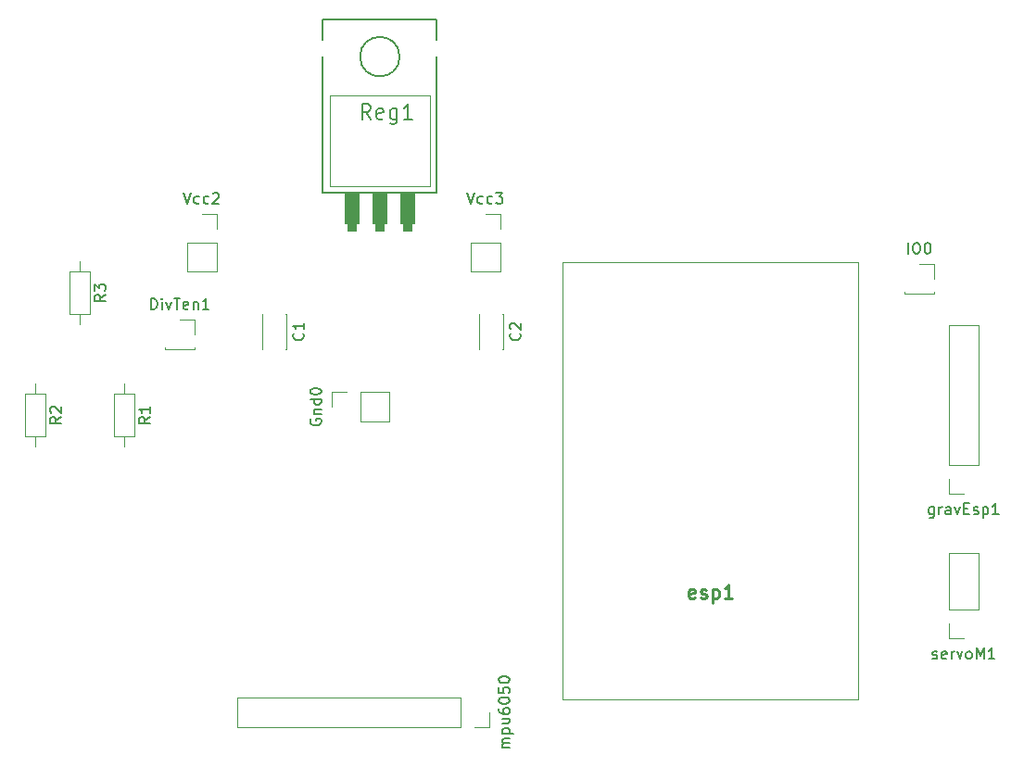
<source format=gbr>
%TF.GenerationSoftware,KiCad,Pcbnew,(5.1.10)-1*%
%TF.CreationDate,2021-11-10T11:22:41-03:00*%
%TF.ProjectId,circuito-cadeado,63697263-7569-4746-9f2d-636164656164,rev?*%
%TF.SameCoordinates,Original*%
%TF.FileFunction,Legend,Top*%
%TF.FilePolarity,Positive*%
%FSLAX46Y46*%
G04 Gerber Fmt 4.6, Leading zero omitted, Abs format (unit mm)*
G04 Created by KiCad (PCBNEW (5.1.10)-1) date 2021-11-10 11:22:41*
%MOMM*%
%LPD*%
G01*
G04 APERTURE LIST*
%ADD10C,0.100000*%
%ADD11C,0.120000*%
%ADD12C,0.010000*%
%ADD13C,0.127000*%
%ADD14C,0.050800*%
%ADD15C,0.254000*%
%ADD16C,0.150000*%
G04 APERTURE END LIST*
D10*
%TO.C,esp1*%
X139154000Y-79240000D02*
X139154000Y-119240000D01*
X166154000Y-79240000D02*
X139154000Y-79240000D01*
X166154000Y-119240000D02*
X166154000Y-79240000D01*
X139154000Y-119240000D02*
X166154000Y-119240000D01*
D11*
%TO.C,C1*%
X113896000Y-83958000D02*
X113896000Y-87198000D01*
X111656000Y-83958000D02*
X111656000Y-87198000D01*
X113896000Y-83958000D02*
X113831000Y-83958000D01*
X111721000Y-83958000D02*
X111656000Y-83958000D01*
X113896000Y-87198000D02*
X113831000Y-87198000D01*
X111721000Y-87198000D02*
X111656000Y-87198000D01*
%TO.C,C2*%
X131533000Y-87198000D02*
X131468000Y-87198000D01*
X133708000Y-87198000D02*
X133643000Y-87198000D01*
X131533000Y-83958000D02*
X131468000Y-83958000D01*
X133708000Y-83958000D02*
X133643000Y-83958000D01*
X131468000Y-83958000D02*
X131468000Y-87198000D01*
X133708000Y-83958000D02*
X133708000Y-87198000D01*
%TO.C,DivTen1*%
X104140000Y-84522000D02*
X105470000Y-84522000D01*
X105470000Y-84522000D02*
X105470000Y-85852000D01*
X105470000Y-87062000D02*
X105470000Y-87182000D01*
X102810000Y-87062000D02*
X102810000Y-87182000D01*
X102810000Y-87182000D02*
X105470000Y-87182000D01*
%TO.C,Gnd0*%
X118050000Y-92456000D02*
X118050000Y-91126000D01*
X118050000Y-91126000D02*
X119380000Y-91126000D01*
X120650000Y-91126000D02*
X123250000Y-91126000D01*
X123250000Y-93786000D02*
X123250000Y-91126000D01*
X120650000Y-93786000D02*
X123250000Y-93786000D01*
X120650000Y-93786000D02*
X120650000Y-91126000D01*
%TO.C,gravEsp1*%
X175768000Y-100390000D02*
X174438000Y-100390000D01*
X174438000Y-100390000D02*
X174438000Y-99060000D01*
X174438000Y-97790000D02*
X174438000Y-85030000D01*
X177098000Y-85030000D02*
X174438000Y-85030000D01*
X177098000Y-97790000D02*
X177098000Y-85030000D01*
X177098000Y-97790000D02*
X174438000Y-97790000D01*
%TO.C,IO0*%
X170374000Y-82102000D02*
X173034000Y-82102000D01*
X170374000Y-81982000D02*
X170374000Y-82102000D01*
X173034000Y-81982000D02*
X173034000Y-82102000D01*
X173034000Y-79442000D02*
X173034000Y-80772000D01*
X171704000Y-79442000D02*
X173034000Y-79442000D01*
%TO.C,mpu6050*%
X132394000Y-120396000D02*
X132394000Y-121726000D01*
X132394000Y-121726000D02*
X131064000Y-121726000D01*
X129794000Y-121726000D02*
X109414000Y-121726000D01*
X109414000Y-119066000D02*
X109414000Y-121726000D01*
X129794000Y-119066000D02*
X109414000Y-119066000D01*
X129794000Y-119066000D02*
X129794000Y-121726000D01*
%TO.C,R1*%
X99060000Y-96088000D02*
X99060000Y-95138000D01*
X99060000Y-90348000D02*
X99060000Y-91298000D01*
X99980000Y-95138000D02*
X99980000Y-91298000D01*
X98140000Y-95138000D02*
X99980000Y-95138000D01*
X98140000Y-91298000D02*
X98140000Y-95138000D01*
X99980000Y-91298000D02*
X98140000Y-91298000D01*
%TO.C,R2*%
X91852000Y-91298000D02*
X90012000Y-91298000D01*
X90012000Y-91298000D02*
X90012000Y-95138000D01*
X90012000Y-95138000D02*
X91852000Y-95138000D01*
X91852000Y-95138000D02*
X91852000Y-91298000D01*
X90932000Y-90348000D02*
X90932000Y-91298000D01*
X90932000Y-96088000D02*
X90932000Y-95138000D01*
%TO.C,R3*%
X94996000Y-84912000D02*
X94996000Y-83962000D01*
X94996000Y-79172000D02*
X94996000Y-80122000D01*
X95916000Y-83962000D02*
X95916000Y-80122000D01*
X94076000Y-83962000D02*
X95916000Y-83962000D01*
X94076000Y-80122000D02*
X94076000Y-83962000D01*
X95916000Y-80122000D02*
X94076000Y-80122000D01*
D12*
%TO.C,Reg1*%
G36*
X124335130Y-72898000D02*
G01*
X125603000Y-72898000D01*
X125603000Y-75696550D01*
X124335130Y-75696550D01*
X124335130Y-72898000D01*
G37*
X124335130Y-72898000D02*
X125603000Y-72898000D01*
X125603000Y-75696550D01*
X124335130Y-75696550D01*
X124335130Y-72898000D01*
G36*
X121792119Y-72898000D02*
G01*
X123063000Y-72898000D01*
X123063000Y-75697640D01*
X121792119Y-75697640D01*
X121792119Y-72898000D01*
G37*
X121792119Y-72898000D02*
X123063000Y-72898000D01*
X123063000Y-75697640D01*
X121792119Y-75697640D01*
X121792119Y-72898000D01*
G36*
X119247460Y-72898000D02*
G01*
X120523000Y-72898000D01*
X120523000Y-75699090D01*
X119247460Y-75699090D01*
X119247460Y-72898000D01*
G37*
X119247460Y-72898000D02*
X120523000Y-72898000D01*
X120523000Y-75699090D01*
X119247460Y-75699090D01*
X119247460Y-72898000D01*
G36*
X119505710Y-75692000D02*
G01*
X120269000Y-75692000D01*
X120269000Y-76329080D01*
X119505710Y-76329080D01*
X119505710Y-75692000D01*
G37*
X119505710Y-75692000D02*
X120269000Y-75692000D01*
X120269000Y-76329080D01*
X119505710Y-76329080D01*
X119505710Y-75692000D01*
G36*
X122046823Y-75692000D02*
G01*
X122809000Y-75692000D01*
X122809000Y-76329190D01*
X122046823Y-76329190D01*
X122046823Y-75692000D01*
G37*
X122046823Y-75692000D02*
X122809000Y-75692000D01*
X122809000Y-76329190D01*
X122046823Y-76329190D01*
X122046823Y-75692000D01*
G36*
X124587740Y-75692000D02*
G01*
X125349000Y-75692000D01*
X125349000Y-76328610D01*
X124587740Y-76328610D01*
X124587740Y-75692000D01*
G37*
X124587740Y-75692000D02*
X125349000Y-75692000D01*
X125349000Y-76328610D01*
X124587740Y-76328610D01*
X124587740Y-75692000D01*
D13*
X124231400Y-60452000D02*
G75*
G03*
X124231400Y-60452000I-1803400J0D01*
G01*
D14*
X117856000Y-72263000D02*
X117856000Y-64008000D01*
X127000000Y-64008000D02*
X117856000Y-64008000D01*
X127000000Y-64008000D02*
X127000000Y-72263000D01*
X117856000Y-72263000D02*
X127000000Y-72263000D01*
D13*
X117221000Y-58928000D02*
X117221000Y-57023000D01*
X117221000Y-72898000D02*
X117221000Y-60452000D01*
X127635000Y-58928000D02*
X127635000Y-57023000D01*
X127635000Y-72898000D02*
X127635000Y-60452000D01*
X127635000Y-57023000D02*
X117221000Y-57023000D01*
X117221000Y-72898000D02*
X127635000Y-72898000D01*
D11*
%TO.C,servoM1*%
X175768000Y-113598000D02*
X174438000Y-113598000D01*
X174438000Y-113598000D02*
X174438000Y-112268000D01*
X174438000Y-110998000D02*
X174438000Y-105858000D01*
X177098000Y-105858000D02*
X174438000Y-105858000D01*
X177098000Y-110998000D02*
X177098000Y-105858000D01*
X177098000Y-110998000D02*
X174438000Y-110998000D01*
%TO.C,Vcc2*%
X104842000Y-77470000D02*
X107502000Y-77470000D01*
X104842000Y-77470000D02*
X104842000Y-80070000D01*
X104842000Y-80070000D02*
X107502000Y-80070000D01*
X107502000Y-77470000D02*
X107502000Y-80070000D01*
X107502000Y-74870000D02*
X107502000Y-76200000D01*
X106172000Y-74870000D02*
X107502000Y-74870000D01*
%TO.C,Vcc3*%
X132080000Y-74870000D02*
X133410000Y-74870000D01*
X133410000Y-74870000D02*
X133410000Y-76200000D01*
X133410000Y-77470000D02*
X133410000Y-80070000D01*
X130750000Y-80070000D02*
X133410000Y-80070000D01*
X130750000Y-77470000D02*
X130750000Y-80070000D01*
X130750000Y-77470000D02*
X133410000Y-77470000D01*
%TO.C,esp1*%
D15*
X151202571Y-109914047D02*
X151081619Y-109974523D01*
X150839714Y-109974523D01*
X150718761Y-109914047D01*
X150658285Y-109793095D01*
X150658285Y-109309285D01*
X150718761Y-109188333D01*
X150839714Y-109127857D01*
X151081619Y-109127857D01*
X151202571Y-109188333D01*
X151263047Y-109309285D01*
X151263047Y-109430238D01*
X150658285Y-109551190D01*
X151746857Y-109914047D02*
X151867809Y-109974523D01*
X152109714Y-109974523D01*
X152230666Y-109914047D01*
X152291142Y-109793095D01*
X152291142Y-109732619D01*
X152230666Y-109611666D01*
X152109714Y-109551190D01*
X151928285Y-109551190D01*
X151807333Y-109490714D01*
X151746857Y-109369761D01*
X151746857Y-109309285D01*
X151807333Y-109188333D01*
X151928285Y-109127857D01*
X152109714Y-109127857D01*
X152230666Y-109188333D01*
X152835428Y-109127857D02*
X152835428Y-110397857D01*
X152835428Y-109188333D02*
X152956380Y-109127857D01*
X153198285Y-109127857D01*
X153319238Y-109188333D01*
X153379714Y-109248809D01*
X153440190Y-109369761D01*
X153440190Y-109732619D01*
X153379714Y-109853571D01*
X153319238Y-109914047D01*
X153198285Y-109974523D01*
X152956380Y-109974523D01*
X152835428Y-109914047D01*
X154649714Y-109974523D02*
X153924000Y-109974523D01*
X154286857Y-109974523D02*
X154286857Y-108704523D01*
X154165904Y-108885952D01*
X154044952Y-109006904D01*
X153924000Y-109067380D01*
%TO.C,C1*%
D16*
X115383142Y-85744666D02*
X115430761Y-85792285D01*
X115478380Y-85935142D01*
X115478380Y-86030380D01*
X115430761Y-86173238D01*
X115335523Y-86268476D01*
X115240285Y-86316095D01*
X115049809Y-86363714D01*
X114906952Y-86363714D01*
X114716476Y-86316095D01*
X114621238Y-86268476D01*
X114526000Y-86173238D01*
X114478380Y-86030380D01*
X114478380Y-85935142D01*
X114526000Y-85792285D01*
X114573619Y-85744666D01*
X115478380Y-84792285D02*
X115478380Y-85363714D01*
X115478380Y-85078000D02*
X114478380Y-85078000D01*
X114621238Y-85173238D01*
X114716476Y-85268476D01*
X114764095Y-85363714D01*
%TO.C,C2*%
X135195142Y-85744666D02*
X135242761Y-85792285D01*
X135290380Y-85935142D01*
X135290380Y-86030380D01*
X135242761Y-86173238D01*
X135147523Y-86268476D01*
X135052285Y-86316095D01*
X134861809Y-86363714D01*
X134718952Y-86363714D01*
X134528476Y-86316095D01*
X134433238Y-86268476D01*
X134338000Y-86173238D01*
X134290380Y-86030380D01*
X134290380Y-85935142D01*
X134338000Y-85792285D01*
X134385619Y-85744666D01*
X134385619Y-85363714D02*
X134338000Y-85316095D01*
X134290380Y-85220857D01*
X134290380Y-84982761D01*
X134338000Y-84887523D01*
X134385619Y-84839904D01*
X134480857Y-84792285D01*
X134576095Y-84792285D01*
X134718952Y-84839904D01*
X135290380Y-85411333D01*
X135290380Y-84792285D01*
%TO.C,DivTen1*%
X101520952Y-83534380D02*
X101520952Y-82534380D01*
X101759047Y-82534380D01*
X101901904Y-82582000D01*
X101997142Y-82677238D01*
X102044761Y-82772476D01*
X102092380Y-82962952D01*
X102092380Y-83105809D01*
X102044761Y-83296285D01*
X101997142Y-83391523D01*
X101901904Y-83486761D01*
X101759047Y-83534380D01*
X101520952Y-83534380D01*
X102520952Y-83534380D02*
X102520952Y-82867714D01*
X102520952Y-82534380D02*
X102473333Y-82582000D01*
X102520952Y-82629619D01*
X102568571Y-82582000D01*
X102520952Y-82534380D01*
X102520952Y-82629619D01*
X102901904Y-82867714D02*
X103140000Y-83534380D01*
X103378095Y-82867714D01*
X103616190Y-82534380D02*
X104187619Y-82534380D01*
X103901904Y-83534380D02*
X103901904Y-82534380D01*
X104901904Y-83486761D02*
X104806666Y-83534380D01*
X104616190Y-83534380D01*
X104520952Y-83486761D01*
X104473333Y-83391523D01*
X104473333Y-83010571D01*
X104520952Y-82915333D01*
X104616190Y-82867714D01*
X104806666Y-82867714D01*
X104901904Y-82915333D01*
X104949523Y-83010571D01*
X104949523Y-83105809D01*
X104473333Y-83201047D01*
X105378095Y-82867714D02*
X105378095Y-83534380D01*
X105378095Y-82962952D02*
X105425714Y-82915333D01*
X105520952Y-82867714D01*
X105663809Y-82867714D01*
X105759047Y-82915333D01*
X105806666Y-83010571D01*
X105806666Y-83534380D01*
X106806666Y-83534380D02*
X106235238Y-83534380D01*
X106520952Y-83534380D02*
X106520952Y-82534380D01*
X106425714Y-82677238D01*
X106330476Y-82772476D01*
X106235238Y-82820095D01*
%TO.C,Gnd0*%
X116110000Y-93575047D02*
X116062380Y-93670285D01*
X116062380Y-93813142D01*
X116110000Y-93956000D01*
X116205238Y-94051238D01*
X116300476Y-94098857D01*
X116490952Y-94146476D01*
X116633809Y-94146476D01*
X116824285Y-94098857D01*
X116919523Y-94051238D01*
X117014761Y-93956000D01*
X117062380Y-93813142D01*
X117062380Y-93717904D01*
X117014761Y-93575047D01*
X116967142Y-93527428D01*
X116633809Y-93527428D01*
X116633809Y-93717904D01*
X116395714Y-93098857D02*
X117062380Y-93098857D01*
X116490952Y-93098857D02*
X116443333Y-93051238D01*
X116395714Y-92956000D01*
X116395714Y-92813142D01*
X116443333Y-92717904D01*
X116538571Y-92670285D01*
X117062380Y-92670285D01*
X117062380Y-91765523D02*
X116062380Y-91765523D01*
X117014761Y-91765523D02*
X117062380Y-91860761D01*
X117062380Y-92051238D01*
X117014761Y-92146476D01*
X116967142Y-92194095D01*
X116871904Y-92241714D01*
X116586190Y-92241714D01*
X116490952Y-92194095D01*
X116443333Y-92146476D01*
X116395714Y-92051238D01*
X116395714Y-91860761D01*
X116443333Y-91765523D01*
X116062380Y-91098857D02*
X116062380Y-91003619D01*
X116110000Y-90908380D01*
X116157619Y-90860761D01*
X116252857Y-90813142D01*
X116443333Y-90765523D01*
X116681428Y-90765523D01*
X116871904Y-90813142D01*
X116967142Y-90860761D01*
X117014761Y-90908380D01*
X117062380Y-91003619D01*
X117062380Y-91098857D01*
X117014761Y-91194095D01*
X116967142Y-91241714D01*
X116871904Y-91289333D01*
X116681428Y-91336952D01*
X116443333Y-91336952D01*
X116252857Y-91289333D01*
X116157619Y-91241714D01*
X116110000Y-91194095D01*
X116062380Y-91098857D01*
%TO.C,gravEsp1*%
X173053714Y-101615714D02*
X173053714Y-102425238D01*
X173006095Y-102520476D01*
X172958476Y-102568095D01*
X172863238Y-102615714D01*
X172720380Y-102615714D01*
X172625142Y-102568095D01*
X173053714Y-102234761D02*
X172958476Y-102282380D01*
X172768000Y-102282380D01*
X172672761Y-102234761D01*
X172625142Y-102187142D01*
X172577523Y-102091904D01*
X172577523Y-101806190D01*
X172625142Y-101710952D01*
X172672761Y-101663333D01*
X172768000Y-101615714D01*
X172958476Y-101615714D01*
X173053714Y-101663333D01*
X173529904Y-102282380D02*
X173529904Y-101615714D01*
X173529904Y-101806190D02*
X173577523Y-101710952D01*
X173625142Y-101663333D01*
X173720380Y-101615714D01*
X173815619Y-101615714D01*
X174577523Y-102282380D02*
X174577523Y-101758571D01*
X174529904Y-101663333D01*
X174434666Y-101615714D01*
X174244190Y-101615714D01*
X174148952Y-101663333D01*
X174577523Y-102234761D02*
X174482285Y-102282380D01*
X174244190Y-102282380D01*
X174148952Y-102234761D01*
X174101333Y-102139523D01*
X174101333Y-102044285D01*
X174148952Y-101949047D01*
X174244190Y-101901428D01*
X174482285Y-101901428D01*
X174577523Y-101853809D01*
X174958476Y-101615714D02*
X175196571Y-102282380D01*
X175434666Y-101615714D01*
X175815619Y-101758571D02*
X176148952Y-101758571D01*
X176291809Y-102282380D02*
X175815619Y-102282380D01*
X175815619Y-101282380D01*
X176291809Y-101282380D01*
X176672761Y-102234761D02*
X176768000Y-102282380D01*
X176958476Y-102282380D01*
X177053714Y-102234761D01*
X177101333Y-102139523D01*
X177101333Y-102091904D01*
X177053714Y-101996666D01*
X176958476Y-101949047D01*
X176815619Y-101949047D01*
X176720380Y-101901428D01*
X176672761Y-101806190D01*
X176672761Y-101758571D01*
X176720380Y-101663333D01*
X176815619Y-101615714D01*
X176958476Y-101615714D01*
X177053714Y-101663333D01*
X177529904Y-101615714D02*
X177529904Y-102615714D01*
X177529904Y-101663333D02*
X177625142Y-101615714D01*
X177815619Y-101615714D01*
X177910857Y-101663333D01*
X177958476Y-101710952D01*
X178006095Y-101806190D01*
X178006095Y-102091904D01*
X177958476Y-102187142D01*
X177910857Y-102234761D01*
X177815619Y-102282380D01*
X177625142Y-102282380D01*
X177529904Y-102234761D01*
X178958476Y-102282380D02*
X178387047Y-102282380D01*
X178672761Y-102282380D02*
X178672761Y-101282380D01*
X178577523Y-101425238D01*
X178482285Y-101520476D01*
X178387047Y-101568095D01*
%TO.C,IO0*%
X170704000Y-78454380D02*
X170704000Y-77454380D01*
X171370666Y-77454380D02*
X171561142Y-77454380D01*
X171656380Y-77502000D01*
X171751619Y-77597238D01*
X171799238Y-77787714D01*
X171799238Y-78121047D01*
X171751619Y-78311523D01*
X171656380Y-78406761D01*
X171561142Y-78454380D01*
X171370666Y-78454380D01*
X171275428Y-78406761D01*
X171180190Y-78311523D01*
X171132571Y-78121047D01*
X171132571Y-77787714D01*
X171180190Y-77597238D01*
X171275428Y-77502000D01*
X171370666Y-77454380D01*
X172418285Y-77454380D02*
X172513523Y-77454380D01*
X172608761Y-77502000D01*
X172656380Y-77549619D01*
X172704000Y-77644857D01*
X172751619Y-77835333D01*
X172751619Y-78073428D01*
X172704000Y-78263904D01*
X172656380Y-78359142D01*
X172608761Y-78406761D01*
X172513523Y-78454380D01*
X172418285Y-78454380D01*
X172323047Y-78406761D01*
X172275428Y-78359142D01*
X172227809Y-78263904D01*
X172180190Y-78073428D01*
X172180190Y-77835333D01*
X172227809Y-77644857D01*
X172275428Y-77549619D01*
X172323047Y-77502000D01*
X172418285Y-77454380D01*
%TO.C,mpu6050*%
X134286380Y-123634095D02*
X133619714Y-123634095D01*
X133714952Y-123634095D02*
X133667333Y-123586476D01*
X133619714Y-123491238D01*
X133619714Y-123348380D01*
X133667333Y-123253142D01*
X133762571Y-123205523D01*
X134286380Y-123205523D01*
X133762571Y-123205523D02*
X133667333Y-123157904D01*
X133619714Y-123062666D01*
X133619714Y-122919809D01*
X133667333Y-122824571D01*
X133762571Y-122776952D01*
X134286380Y-122776952D01*
X133619714Y-122300761D02*
X134619714Y-122300761D01*
X133667333Y-122300761D02*
X133619714Y-122205523D01*
X133619714Y-122015047D01*
X133667333Y-121919809D01*
X133714952Y-121872190D01*
X133810190Y-121824571D01*
X134095904Y-121824571D01*
X134191142Y-121872190D01*
X134238761Y-121919809D01*
X134286380Y-122015047D01*
X134286380Y-122205523D01*
X134238761Y-122300761D01*
X133619714Y-120967428D02*
X134286380Y-120967428D01*
X133619714Y-121396000D02*
X134143523Y-121396000D01*
X134238761Y-121348380D01*
X134286380Y-121253142D01*
X134286380Y-121110285D01*
X134238761Y-121015047D01*
X134191142Y-120967428D01*
X133286380Y-120062666D02*
X133286380Y-120253142D01*
X133334000Y-120348380D01*
X133381619Y-120396000D01*
X133524476Y-120491238D01*
X133714952Y-120538857D01*
X134095904Y-120538857D01*
X134191142Y-120491238D01*
X134238761Y-120443619D01*
X134286380Y-120348380D01*
X134286380Y-120157904D01*
X134238761Y-120062666D01*
X134191142Y-120015047D01*
X134095904Y-119967428D01*
X133857809Y-119967428D01*
X133762571Y-120015047D01*
X133714952Y-120062666D01*
X133667333Y-120157904D01*
X133667333Y-120348380D01*
X133714952Y-120443619D01*
X133762571Y-120491238D01*
X133857809Y-120538857D01*
X133286380Y-119348380D02*
X133286380Y-119253142D01*
X133334000Y-119157904D01*
X133381619Y-119110285D01*
X133476857Y-119062666D01*
X133667333Y-119015047D01*
X133905428Y-119015047D01*
X134095904Y-119062666D01*
X134191142Y-119110285D01*
X134238761Y-119157904D01*
X134286380Y-119253142D01*
X134286380Y-119348380D01*
X134238761Y-119443619D01*
X134191142Y-119491238D01*
X134095904Y-119538857D01*
X133905428Y-119586476D01*
X133667333Y-119586476D01*
X133476857Y-119538857D01*
X133381619Y-119491238D01*
X133334000Y-119443619D01*
X133286380Y-119348380D01*
X133286380Y-118110285D02*
X133286380Y-118586476D01*
X133762571Y-118634095D01*
X133714952Y-118586476D01*
X133667333Y-118491238D01*
X133667333Y-118253142D01*
X133714952Y-118157904D01*
X133762571Y-118110285D01*
X133857809Y-118062666D01*
X134095904Y-118062666D01*
X134191142Y-118110285D01*
X134238761Y-118157904D01*
X134286380Y-118253142D01*
X134286380Y-118491238D01*
X134238761Y-118586476D01*
X134191142Y-118634095D01*
X133286380Y-117443619D02*
X133286380Y-117348380D01*
X133334000Y-117253142D01*
X133381619Y-117205523D01*
X133476857Y-117157904D01*
X133667333Y-117110285D01*
X133905428Y-117110285D01*
X134095904Y-117157904D01*
X134191142Y-117205523D01*
X134238761Y-117253142D01*
X134286380Y-117348380D01*
X134286380Y-117443619D01*
X134238761Y-117538857D01*
X134191142Y-117586476D01*
X134095904Y-117634095D01*
X133905428Y-117681714D01*
X133667333Y-117681714D01*
X133476857Y-117634095D01*
X133381619Y-117586476D01*
X133334000Y-117538857D01*
X133286380Y-117443619D01*
%TO.C,R1*%
X101432380Y-93384666D02*
X100956190Y-93718000D01*
X101432380Y-93956095D02*
X100432380Y-93956095D01*
X100432380Y-93575142D01*
X100480000Y-93479904D01*
X100527619Y-93432285D01*
X100622857Y-93384666D01*
X100765714Y-93384666D01*
X100860952Y-93432285D01*
X100908571Y-93479904D01*
X100956190Y-93575142D01*
X100956190Y-93956095D01*
X101432380Y-92432285D02*
X101432380Y-93003714D01*
X101432380Y-92718000D02*
X100432380Y-92718000D01*
X100575238Y-92813238D01*
X100670476Y-92908476D01*
X100718095Y-93003714D01*
%TO.C,R2*%
X93304380Y-93384666D02*
X92828190Y-93718000D01*
X93304380Y-93956095D02*
X92304380Y-93956095D01*
X92304380Y-93575142D01*
X92352000Y-93479904D01*
X92399619Y-93432285D01*
X92494857Y-93384666D01*
X92637714Y-93384666D01*
X92732952Y-93432285D01*
X92780571Y-93479904D01*
X92828190Y-93575142D01*
X92828190Y-93956095D01*
X92399619Y-93003714D02*
X92352000Y-92956095D01*
X92304380Y-92860857D01*
X92304380Y-92622761D01*
X92352000Y-92527523D01*
X92399619Y-92479904D01*
X92494857Y-92432285D01*
X92590095Y-92432285D01*
X92732952Y-92479904D01*
X93304380Y-93051333D01*
X93304380Y-92432285D01*
%TO.C,R3*%
X97368380Y-82208666D02*
X96892190Y-82542000D01*
X97368380Y-82780095D02*
X96368380Y-82780095D01*
X96368380Y-82399142D01*
X96416000Y-82303904D01*
X96463619Y-82256285D01*
X96558857Y-82208666D01*
X96701714Y-82208666D01*
X96796952Y-82256285D01*
X96844571Y-82303904D01*
X96892190Y-82399142D01*
X96892190Y-82780095D01*
X96368380Y-81875333D02*
X96368380Y-81256285D01*
X96749333Y-81589619D01*
X96749333Y-81446761D01*
X96796952Y-81351523D01*
X96844571Y-81303904D01*
X96939809Y-81256285D01*
X97177904Y-81256285D01*
X97273142Y-81303904D01*
X97320761Y-81351523D01*
X97368380Y-81446761D01*
X97368380Y-81732476D01*
X97320761Y-81827714D01*
X97273142Y-81875333D01*
%TO.C,Reg1*%
X121595108Y-66157329D02*
X121127759Y-65489687D01*
X120793939Y-66157329D02*
X120793939Y-64755282D01*
X121328052Y-64755282D01*
X121461580Y-64822046D01*
X121528344Y-64888810D01*
X121595108Y-65022338D01*
X121595108Y-65222631D01*
X121528344Y-65356159D01*
X121461580Y-65422923D01*
X121328052Y-65489687D01*
X120793939Y-65489687D01*
X122730099Y-66090565D02*
X122596571Y-66157329D01*
X122329514Y-66157329D01*
X122195986Y-66090565D01*
X122129222Y-65957036D01*
X122129222Y-65422923D01*
X122195986Y-65289395D01*
X122329514Y-65222631D01*
X122596571Y-65222631D01*
X122730099Y-65289395D01*
X122796863Y-65422923D01*
X122796863Y-65556452D01*
X122129222Y-65689980D01*
X123998618Y-65222631D02*
X123998618Y-66357621D01*
X123931853Y-66491150D01*
X123865089Y-66557914D01*
X123731561Y-66624678D01*
X123531269Y-66624678D01*
X123397740Y-66557914D01*
X123998618Y-66090565D02*
X123865089Y-66157329D01*
X123598033Y-66157329D01*
X123464504Y-66090565D01*
X123397740Y-66023801D01*
X123330976Y-65890272D01*
X123330976Y-65489687D01*
X123397740Y-65356159D01*
X123464504Y-65289395D01*
X123598033Y-65222631D01*
X123865089Y-65222631D01*
X123998618Y-65289395D01*
X125400665Y-66157329D02*
X124599495Y-66157329D01*
X125000080Y-66157329D02*
X125000080Y-64755282D01*
X124866551Y-64955574D01*
X124733023Y-65089103D01*
X124599495Y-65155867D01*
%TO.C,servoM1*%
X172934666Y-115442761D02*
X173029904Y-115490380D01*
X173220380Y-115490380D01*
X173315619Y-115442761D01*
X173363238Y-115347523D01*
X173363238Y-115299904D01*
X173315619Y-115204666D01*
X173220380Y-115157047D01*
X173077523Y-115157047D01*
X172982285Y-115109428D01*
X172934666Y-115014190D01*
X172934666Y-114966571D01*
X172982285Y-114871333D01*
X173077523Y-114823714D01*
X173220380Y-114823714D01*
X173315619Y-114871333D01*
X174172761Y-115442761D02*
X174077523Y-115490380D01*
X173887047Y-115490380D01*
X173791809Y-115442761D01*
X173744190Y-115347523D01*
X173744190Y-114966571D01*
X173791809Y-114871333D01*
X173887047Y-114823714D01*
X174077523Y-114823714D01*
X174172761Y-114871333D01*
X174220380Y-114966571D01*
X174220380Y-115061809D01*
X173744190Y-115157047D01*
X174648952Y-115490380D02*
X174648952Y-114823714D01*
X174648952Y-115014190D02*
X174696571Y-114918952D01*
X174744190Y-114871333D01*
X174839428Y-114823714D01*
X174934666Y-114823714D01*
X175172761Y-114823714D02*
X175410857Y-115490380D01*
X175648952Y-114823714D01*
X176172761Y-115490380D02*
X176077523Y-115442761D01*
X176029904Y-115395142D01*
X175982285Y-115299904D01*
X175982285Y-115014190D01*
X176029904Y-114918952D01*
X176077523Y-114871333D01*
X176172761Y-114823714D01*
X176315619Y-114823714D01*
X176410857Y-114871333D01*
X176458476Y-114918952D01*
X176506095Y-115014190D01*
X176506095Y-115299904D01*
X176458476Y-115395142D01*
X176410857Y-115442761D01*
X176315619Y-115490380D01*
X176172761Y-115490380D01*
X176934666Y-115490380D02*
X176934666Y-114490380D01*
X177268000Y-115204666D01*
X177601333Y-114490380D01*
X177601333Y-115490380D01*
X178601333Y-115490380D02*
X178029904Y-115490380D01*
X178315619Y-115490380D02*
X178315619Y-114490380D01*
X178220380Y-114633238D01*
X178125142Y-114728476D01*
X178029904Y-114776095D01*
%TO.C,Vcc2*%
X104505333Y-72882380D02*
X104838666Y-73882380D01*
X105172000Y-72882380D01*
X105933904Y-73834761D02*
X105838666Y-73882380D01*
X105648190Y-73882380D01*
X105552952Y-73834761D01*
X105505333Y-73787142D01*
X105457714Y-73691904D01*
X105457714Y-73406190D01*
X105505333Y-73310952D01*
X105552952Y-73263333D01*
X105648190Y-73215714D01*
X105838666Y-73215714D01*
X105933904Y-73263333D01*
X106791047Y-73834761D02*
X106695809Y-73882380D01*
X106505333Y-73882380D01*
X106410095Y-73834761D01*
X106362476Y-73787142D01*
X106314857Y-73691904D01*
X106314857Y-73406190D01*
X106362476Y-73310952D01*
X106410095Y-73263333D01*
X106505333Y-73215714D01*
X106695809Y-73215714D01*
X106791047Y-73263333D01*
X107172000Y-72977619D02*
X107219619Y-72930000D01*
X107314857Y-72882380D01*
X107552952Y-72882380D01*
X107648190Y-72930000D01*
X107695809Y-72977619D01*
X107743428Y-73072857D01*
X107743428Y-73168095D01*
X107695809Y-73310952D01*
X107124380Y-73882380D01*
X107743428Y-73882380D01*
%TO.C,Vcc3*%
X130413333Y-72882380D02*
X130746666Y-73882380D01*
X131080000Y-72882380D01*
X131841904Y-73834761D02*
X131746666Y-73882380D01*
X131556190Y-73882380D01*
X131460952Y-73834761D01*
X131413333Y-73787142D01*
X131365714Y-73691904D01*
X131365714Y-73406190D01*
X131413333Y-73310952D01*
X131460952Y-73263333D01*
X131556190Y-73215714D01*
X131746666Y-73215714D01*
X131841904Y-73263333D01*
X132699047Y-73834761D02*
X132603809Y-73882380D01*
X132413333Y-73882380D01*
X132318095Y-73834761D01*
X132270476Y-73787142D01*
X132222857Y-73691904D01*
X132222857Y-73406190D01*
X132270476Y-73310952D01*
X132318095Y-73263333D01*
X132413333Y-73215714D01*
X132603809Y-73215714D01*
X132699047Y-73263333D01*
X133032380Y-72882380D02*
X133651428Y-72882380D01*
X133318095Y-73263333D01*
X133460952Y-73263333D01*
X133556190Y-73310952D01*
X133603809Y-73358571D01*
X133651428Y-73453809D01*
X133651428Y-73691904D01*
X133603809Y-73787142D01*
X133556190Y-73834761D01*
X133460952Y-73882380D01*
X133175238Y-73882380D01*
X133080000Y-73834761D01*
X133032380Y-73787142D01*
%TD*%
M02*

</source>
